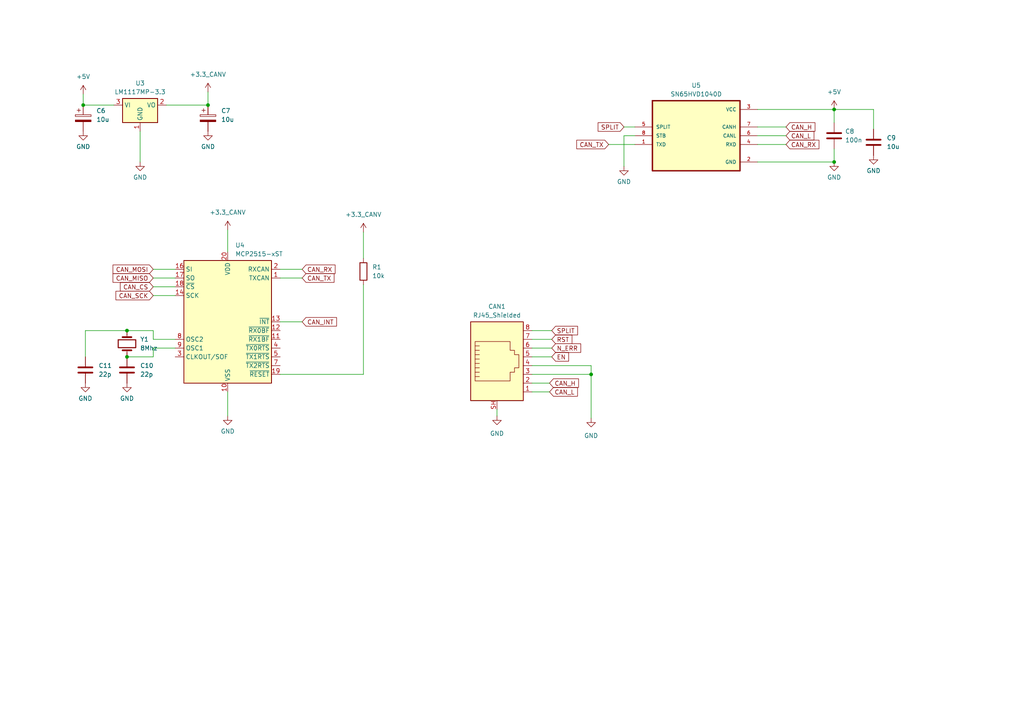
<source format=kicad_sch>
(kicad_sch (version 20231120) (generator "eeschema") (generator_version "8.0")
  (paper "A4")
  (lib_symbols
    (symbol "Connector:RJ45_Shielded" (pin_names (offset 1.016))
      (property "Reference" "J" (at -5.08 13.97 0))
      (property "Value" "RJ45_Shielded" (at 2.54 13.97 0))
      (symbol "RJ45_Shielded_0_1"
        (polyline (pts (xy -5.08 4.445) (xy -6.35 4.445)))
        (polyline (pts (xy -5.08 5.715) (xy -6.35 5.715)))
        (polyline (pts (xy -6.35 -3.175) (xy -5.08 -3.175) (xy -5.08 -3.175)))
        (polyline (pts (xy -6.35 -1.905) (xy -5.08 -1.905) (xy -5.08 -1.905)))
        (polyline (pts (xy -6.35 -0.635) (xy -5.08 -0.635) (xy -5.08 -0.635)))
        (polyline (pts (xy -6.35 0.635) (xy -5.08 0.635) (xy -5.08 0.635)))
        (polyline (pts (xy -6.35 1.905) (xy -5.08 1.905) (xy -5.08 1.905)))
        (polyline (pts (xy -5.08 3.175) (xy -6.35 3.175) (xy -6.35 3.175)))
        (polyline (pts (xy -6.35 -4.445) (xy -6.35 6.985) (xy 3.81 6.985) (xy 3.81 4.445) (xy 5.08 4.445) (xy 5.08 3.175) (xy 6.35 3.175) (xy 6.35 -0.635) (xy 5.08 -0.635) (xy 5.08 -1.905) (xy 3.81 -1.905) (xy 3.81 -4.445) (xy -6.35 -4.445) (xy -6.35 -4.445)))
        (rectangle (start 7.62 12.7) (end -7.62 -10.16) (stroke (width 0.254)) (fill (type background)))
      )
      (symbol "RJ45_Shielded_1_1"
        (pin passive line (at 10.16 -7.62 180) (length 2.54) (name "~") (number "1"))
        (pin passive line (at 10.16 -5.08 180) (length 2.54) (name "~") (number "2"))
        (pin passive line (at 10.16 -2.54 180) (length 2.54) (name "~") (number "3"))
        (pin passive line (at 10.16 0 180) (length 2.54) (name "~") (number "4"))
        (pin passive line (at 10.16 2.54 180) (length 2.54) (name "~") (number "5"))
        (pin passive line (at 10.16 5.08 180) (length 2.54) (name "~") (number "6"))
        (pin passive line (at 10.16 7.62 180) (length 2.54) (name "~") (number "7"))
        (pin passive line (at 10.16 10.16 180) (length 2.54) (name "~") (number "8"))
        (pin passive line (at 0 -12.7 90) (length 2.54) (name "~") (number "SH"))
      )
    )
    (symbol "Device:C" (pin_numbers hide) (pin_names (offset 0.254))
      (property "Reference" "C" (at 0.635 2.54 0))
      (property "Value" "C" (at 0.635 -2.54 0))
      (symbol "C_0_1"
        (polyline (pts (xy -2.032 -0.762) (xy 2.032 -0.762)) (stroke (width 0.508)))
        (polyline (pts (xy -2.032 0.762) (xy 2.032 0.762)) (stroke (width 0.508)))
      )
      (symbol "C_1_1"
        (pin passive line (at 0 3.81 270) (length 2.794) (name "~") (number "1"))
        (pin passive line (at 0 -3.81 90) (length 2.794) (name "~") (number "2"))
      )
    )
    (symbol "Device:C_Polarized" (pin_numbers hide) (pin_names (offset 0.254))
      (property "Reference" "C" (at 0.635 2.54 0))
      (property "Value" "C_Polarized" (at 0.635 -2.54 0))
      (symbol "C_Polarized_0_1"
        (rectangle (start -2.286 0.508) (end 2.286 1.016))
        (polyline (pts (xy -1.778 2.286) (xy -0.762 2.286)))
        (polyline (pts (xy -1.27 2.794) (xy -1.27 1.778)))
        (rectangle (start 2.286 -0.508) (end -2.286 -1.016) (fill (type outline)))
      )
      (symbol "C_Polarized_1_1"
        (pin passive line (at 0 3.81 270) (length 2.794) (name "~") (number "1"))
        (pin passive line (at 0 -3.81 90) (length 2.794) (name "~") (number "2"))
      )
    )
    (symbol "Device:Crystal" (pin_numbers hide) (pin_names (offset 1.016) hide)
      (property "Reference" "Y" (at 0 3.81 0))
      (property "Value" "Crystal" (at 0 -3.81 0))
      (symbol "Crystal_0_1"
        (rectangle (start -1.143 2.54) (end 1.143 -2.54) (stroke (width 0.3048)))
        (polyline (pts (xy -2.54 0) (xy -1.905 0)))
        (polyline (pts (xy -1.905 -1.27) (xy -1.905 1.27)) (stroke (width 0.508)))
        (polyline (pts (xy 1.905 -1.27) (xy 1.905 1.27)) (stroke (width 0.508)))
        (polyline (pts (xy 2.54 0) (xy 1.905 0)))
      )
      (symbol "Crystal_1_1"
        (pin passive line (at -3.81 0 0) (length 1.27) (name "1") (number "1"))
        (pin passive line (at 3.81 0 180) (length 1.27) (name "2") (number "2"))
      )
    )
    (symbol "Device:R" (pin_numbers hide) (pin_names (offset 0))
      (property "Reference" "R" (at 2.032 0 90))
      (property "Value" "R" (at 0 0 90))
      (symbol "R_0_1"
        (rectangle (start -1.016 -2.54) (end 1.016 2.54) (stroke (width 0.254)))
      )
      (symbol "R_1_1"
        (pin passive line (at 0 3.81 270) (length 1.27) (name "~") (number "1"))
        (pin passive line (at 0 -3.81 90) (length 1.27) (name "~") (number "2"))
      )
    )
    (symbol "Interface_CAN_LIN:MCP2515-xST"
      (property "Reference" "U" (at -10.16 19.685 0))
      (property "Value" "MCP2515-xST" (at 19.05 20.32 0))
      (symbol "MCP2515-xST_0_1"
        (rectangle (start -12.7 17.78) (end 12.7 -17.78) (stroke (width 0.254)) (fill (type background)))
      )
      (symbol "MCP2515-xST_1_1"
        (pin output line (at 15.24 12.7 180) (length 2.54) (name "TXCAN") (number "1"))
        (pin power_in line (at 0 -20.32 90) (length 2.54) (name "VSS") (number "10"))
        (pin output line (at 15.24 -5.08 180) (length 2.54) (name "~{RX1BF}") (number "11"))
        (pin output line (at 15.24 -2.54 180) (length 2.54) (name "~{RX0BF}") (number "12"))
        (pin output line (at 15.24 0 180) (length 2.54) (name "~{INT}") (number "13"))
        (pin input line (at -15.24 7.62 0) (length 2.54) (name "SCK") (number "14"))
        (pin no_connect line (at -12.7 -2.54 0) (length 2.54) hide (name "NC") (number "15"))
        (pin input line (at -15.24 15.24 0) (length 2.54) (name "SI") (number "16"))
        (pin output line (at -15.24 12.7 0) (length 2.54) (name "SO") (number "17"))
        (pin input line (at -15.24 10.16 0) (length 2.54) (name "~{CS}") (number "18"))
        (pin input line (at 15.24 -15.24 180) (length 2.54) (name "~{RESET}") (number "19"))
        (pin input line (at 15.24 15.24 180) (length 2.54) (name "RXCAN") (number "2"))
        (pin power_in line (at 0 20.32 270) (length 2.54) (name "VDD") (number "20"))
        (pin output line (at -15.24 -10.16 0) (length 2.54) (name "CLKOUT/SOF") (number "3"))
        (pin input line (at 15.24 -7.62 180) (length 2.54) (name "~{TX0RTS}") (number "4"))
        (pin input line (at 15.24 -10.16 180) (length 2.54) (name "~{TX1RTS}") (number "5"))
        (pin no_connect line (at -12.7 0 0) (length 2.54) hide (name "NC") (number "6"))
        (pin input line (at 15.24 -12.7 180) (length 2.54) (name "~{TX2RTS}") (number "7"))
        (pin output line (at -15.24 -5.08 0) (length 2.54) (name "OSC2") (number "8"))
        (pin input line (at -15.24 -7.62 0) (length 2.54) (name "OSC1") (number "9"))
      )
    )
    (symbol "Regulator_Linear:LM1117MP-3.3"
      (property "Reference" "U" (at -3.81 3.175 0))
      (property "Value" "LM1117MP-3.3" (at 0 3.175 0))
      (symbol "LM1117MP-3.3_0_1"
        (rectangle (start -5.08 -5.08) (end 5.08 1.905) (stroke (width 0.254)) (fill (type background)))
      )
      (symbol "LM1117MP-3.3_1_1"
        (pin power_in line (at 0 -7.62 90) (length 2.54) (name "GND") (number "1"))
        (pin power_out line (at 7.62 0 180) (length 2.54) (name "VO") (number "2"))
        (pin power_in line (at -7.62 0 0) (length 2.54) (name "VI") (number "3"))
      )
    )
    (symbol "SN65HVD1040D:SN65HVD1040D" (pin_names (offset 1.016))
      (property "Reference" "U" (at -12.7 11.16 0))
      (property "Value" "SN65HVD1040D" (at -12.7 -14.16 0))
      (symbol "SN65HVD1040D_0_0"
        (rectangle (start -12.7 -10.16) (end 12.7 10.16) (stroke (width 0.41)) (fill (type background)))
        (pin input line (at -17.78 -2.54 0) (length 5.08) (name "TXD") (number "1"))
        (pin power_in line (at 17.78 -7.62 180) (length 5.08) (name "GND") (number "2"))
        (pin power_in line (at 17.78 7.62 180) (length 5.08) (name "VCC") (number "3"))
        (pin output line (at 17.78 -2.54 180) (length 5.08) (name "RXD") (number "4"))
        (pin input line (at -17.78 2.54 0) (length 5.08) (name "SPLIT") (number "5"))
        (pin output line (at 17.78 0 180) (length 5.08) (name "CANL") (number "6"))
        (pin output line (at 17.78 2.54 180) (length 5.08) (name "CANH") (number "7"))
        (pin input line (at -17.78 0 0) (length 5.08) (name "STB") (number "8"))
      )
    )
    (symbol "power:+3.3V" (power) (pin_names (offset 0))
      (property "Value" "+3.3V" (at 0 3.556 0))
      (symbol "+3.3V_0_1"
        (polyline (pts (xy -0.762 1.27) (xy 0 2.54)))
        (polyline (pts (xy 0 0) (xy 0 2.54)))
        (polyline (pts (xy 0 2.54) (xy 0.762 1.27)))
      )
      (symbol "+3.3V_1_1"
        (pin power_in line (at 0 0 90) (length 0) hide (name "+3.3V") (number "1"))
      )
    )
    (symbol "power:GND" (power) (pin_names (offset 0))
      (property "Value" "GND" (at 0 -3.81 0))
      (symbol "GND_0_1"
        (polyline (pts (xy 0 0) (xy 0 -1.27) (xy 1.27 -1.27) (xy 0 -2.54) (xy -1.27 -1.27) (xy 0 -1.27)))
      )
      (symbol "GND_1_1"
        (pin power_in line (at 0 0 270) (length 0) hide (name "GND") (number "1"))
      )
    )
  )
  (junction (at 171.45 108.585))
  (junction (at 36.83 95.885))
  (junction (at 241.935 31.75))
  (junction (at 60.325 30.48))
  (junction (at 241.935 46.99))
  (junction (at 24.13 30.48))
  (junction (at 36.83 103.505))
  (wire (pts (xy 36.83 103.505) (xy 44.45 103.505)))
  (wire (pts (xy 24.13 30.48) (xy 33.02 30.48)))
  (wire (pts (xy 24.13 27.305) (xy 24.13 30.48)))
  (wire (pts (xy 50.8 98.425) (xy 44.45 98.425)))
  (wire (pts (xy 66.04 113.665) (xy 66.04 120.65)))
  (wire (pts (xy 219.71 36.83) (xy 227.965 36.83)))
  (wire (pts (xy 81.28 80.645) (xy 87.63 80.645)))
  (wire (pts (xy 219.71 46.99) (xy 241.935 46.99)))
  (wire (pts (xy 154.305 103.505) (xy 160.02 103.505)))
  (wire (pts (xy 241.935 31.75) (xy 241.935 35.56)))
  (wire (pts (xy 66.04 66.675) (xy 66.04 73.025)))
  (wire (pts (xy 44.45 78.105) (xy 50.8 78.105)))
  (wire (pts (xy 36.83 95.885) (xy 44.45 95.885)))
  (wire (pts (xy 105.41 67.31) (xy 105.41 74.93)))
  (wire (pts (xy 44.45 103.505) (xy 44.45 100.965)))
  (wire (pts (xy 24.765 103.505) (xy 24.765 95.885)))
  (wire (pts (xy 184.15 39.37) (xy 180.975 39.37)))
  (wire (pts (xy 219.71 41.91) (xy 227.965 41.91)))
  (wire (pts (xy 144.145 118.745) (xy 144.145 120.65)))
  (wire (pts (xy 44.45 100.965) (xy 50.8 100.965)))
  (wire (pts (xy 171.45 108.585) (xy 171.45 121.285)))
  (wire (pts (xy 154.305 111.125) (xy 159.385 111.125)))
  (wire (pts (xy 176.53 41.91) (xy 184.15 41.91)))
  (wire (pts (xy 81.28 108.585) (xy 105.41 108.585)))
  (wire (pts (xy 44.45 83.185) (xy 50.8 83.185)))
  (wire (pts (xy 171.45 106.045) (xy 171.45 108.585)))
  (wire (pts (xy 48.26 30.48) (xy 60.325 30.48)))
  (wire (pts (xy 154.305 113.665) (xy 159.385 113.665)))
  (wire (pts (xy 60.325 30.48) (xy 60.325 26.67)))
  (wire (pts (xy 40.64 38.1) (xy 40.64 46.99)))
  (wire (pts (xy 253.365 37.465) (xy 253.365 31.75)))
  (wire (pts (xy 44.45 80.645) (xy 50.8 80.645)))
  (wire (pts (xy 154.305 106.045) (xy 171.45 106.045)))
  (wire (pts (xy 154.305 95.885) (xy 160.02 95.885)))
  (wire (pts (xy 105.41 108.585) (xy 105.41 82.55)))
  (wire (pts (xy 154.305 100.965) (xy 160.02 100.965)))
  (wire (pts (xy 154.305 108.585) (xy 171.45 108.585)))
  (wire (pts (xy 219.71 39.37) (xy 227.965 39.37)))
  (wire (pts (xy 44.45 98.425) (xy 44.45 95.885)))
  (wire (pts (xy 219.71 31.75) (xy 241.935 31.75)))
  (wire (pts (xy 241.935 46.99) (xy 241.935 43.18)))
  (wire (pts (xy 180.975 36.83) (xy 184.15 36.83)))
  (wire (pts (xy 44.45 85.725) (xy 50.8 85.725)))
  (wire (pts (xy 81.28 93.345) (xy 87.63 93.345)))
  (wire (pts (xy 154.305 98.425) (xy 160.02 98.425)))
  (wire (pts (xy 24.765 95.885) (xy 36.83 95.885)))
  (wire (pts (xy 253.365 31.75) (xy 241.935 31.75)))
  (wire (pts (xy 81.28 78.105) (xy 87.63 78.105)))
  (wire (pts (xy 180.975 39.37) (xy 180.975 48.26)))
  (global_label "CAN_CS" (shape input) (at 44.45 83.185 180) (property "Intersheetrefs" "${INTERSHEET_REFS}" (effects (hide yes))))
  (global_label "CAN_L" (shape input) (at 227.965 39.37 0) (property "Intersheetrefs" "${INTERSHEET_REFS}" (effects (hide yes))))
  (global_label "CAN_TX" (shape input) (at 176.53 41.91 180) (property "Intersheetrefs" "${INTERSHEET_REFS}" (effects (hide yes))))
  (global_label "CAN_H" (shape input) (at 159.385 111.125 0) (property "Intersheetrefs" "${INTERSHEET_REFS}" (effects (hide yes))))
  (global_label "CAN_MISO" (shape input) (at 44.45 80.645 180) (property "Intersheetrefs" "${INTERSHEET_REFS}" (effects (hide yes))))
  (global_label "SPLIT" (shape input) (at 180.975 36.83 180) (property "Intersheetrefs" "${INTERSHEET_REFS}" (effects (hide yes))))
  (global_label "N_ERR" (shape input) (at 160.02 100.965 0) (property "Intersheetrefs" "${INTERSHEET_REFS}" (effects (hide yes))))
  (global_label "CAN_SCK" (shape input) (at 44.45 85.725 180) (property "Intersheetrefs" "${INTERSHEET_REFS}" (effects (hide yes))))
  (global_label "CAN_RX" (shape input) (at 87.63 78.105 0) (property "Intersheetrefs" "${INTERSHEET_REFS}" (effects (hide yes))))
  (global_label "CAN_H" (shape input) (at 227.965 36.83 0) (property "Intersheetrefs" "${INTERSHEET_REFS}" (effects (hide yes))))
  (global_label "CAN_RX" (shape input) (at 227.965 41.91 0) (property "Intersheetrefs" "${INTERSHEET_REFS}" (effects (hide yes))))
  (global_label "CAN_MOSI" (shape input) (at 44.45 78.105 180) (property "Intersheetrefs" "${INTERSHEET_REFS}" (effects (hide yes))))
  (global_label "SPLIT" (shape input) (at 160.02 95.885 0) (property "Intersheetrefs" "${INTERSHEET_REFS}" (effects (hide yes))))
  (global_label "CAN_TX" (shape input) (at 87.63 80.645 0) (property "Intersheetrefs" "${INTERSHEET_REFS}" (effects (hide yes))))
  (global_label "EN" (shape input) (at 160.02 103.505 0) (property "Intersheetrefs" "${INTERSHEET_REFS}" (effects (hide yes))))
  (global_label "RST" (shape input) (at 160.02 98.425 0) (property "Intersheetrefs" "${INTERSHEET_REFS}" (effects (hide yes))))
  (global_label "CAN_L" (shape input) (at 159.385 113.665 0) (property "Intersheetrefs" "${INTERSHEET_REFS}" (effects (hide yes))))
  (global_label "CAN_INT" (shape input) (at 87.63 93.345 0) (property "Intersheetrefs" "${INTERSHEET_REFS}" (effects (hide yes))))
  (symbol (lib_id "power:+3.3V") (at 66.04 66.675 0) (unit 1)
    (property "Reference" "#PWR017" (effects (hide yes)))
    (property "Value" "+3.3_CANV" (at 66.04 61.595 0))
  )
  (symbol (lib_id "Connector:RJ45_Shielded") (at 144.145 106.045 0) (unit 1)
    (property "Reference" "CAN1" (at 144.145 88.9 0))
    (property "Value" "RJ45_Shielded" (at 144.145 91.44 0))
    (property "Footprint" "Connector_RJ:RJ45_HALO_HFJ11-x2450HRL_Horizontal" (effects (hide yes)))
    (property "Description" "RJ connector, 8P8C (8 positions 8 connected), Shielded" (effects (hide yes)))
  )
  (symbol (lib_id "Device:C") (at 24.765 107.315 0) (unit 1)
    (property "Reference" "C11" (at 28.575 106.0449 0) (effects (justify left)))
    (property "Value" "22p" (at 28.575 108.5849 0) (effects (justify left)))
    (property "Footprint" "Capacitor_SMD:C_0603_1608Metric_Pad1.08x0.95mm_HandSolder" (effects (hide yes)))
    (property "Description" "Unpolarized capacitor" (effects (hide yes)))
  )
  (symbol (lib_id "Regulator_Linear:LM1117MP-3.3") (at 40.64 30.48 0) (unit 1)
    (property "Reference" "U3" (at 40.64 24.13 0))
    (property "Value" "LM1117MP-3.3" (at 40.64 26.67 0))
    (property "Footprint" "Package_TO_SOT_SMD:SOT-223" (effects (hide yes)))
    (property "Datasheet" "http://www.ti.com/lit/ds/symlink/lm1117.pdf" (effects (hide yes)))
    (property "Description" "800mA Low-Dropout Linear Regulator, 3.3V fixed output, SOT-223" (effects (hide yes)))
  )
  (symbol (lib_id "power:GND") (at 144.145 120.65 0) (unit 1)
    (property "Reference" "#PWR047" (effects (hide yes)))
    (property "Value" "GND" (at 144.145 125.73 0))
    (property "Description" "Power symbol creates a global label with name \"GND\" , ground" (effects (hide yes)))
  )
  (symbol (lib_id "power:GND") (at 24.13 38.1 0) (unit 1)
    (property "Reference" "#PWR013" (effects (hide yes)))
    (property "Value" "GND" (at 24.13 42.545 0))
    (property "Description" "Power symbol creates a global label with name \"GND\" , ground" (effects (hide yes)))
  )
  (symbol (lib_id "power:+3.3V") (at 105.41 67.31 0) (unit 1)
    (property "Reference" "#PWR027" (effects (hide yes)))
    (property "Value" "+3.3_CANV" (at 105.41 62.23 0))
  )
  (symbol (lib_id "power:GND") (at 24.765 111.125 0) (unit 1)
    (property "Reference" "#PWR026" (effects (hide yes)))
    (property "Value" "GND" (at 24.765 115.57 0))
    (property "Description" "Power symbol creates a global label with name \"GND\" , ground" (effects (hide yes)))
  )
  (symbol (lib_id "Device:C") (at 36.83 107.315 0) (unit 1)
    (property "Reference" "C10" (at 40.64 106.0449 0) (effects (justify left)))
    (property "Value" "22p" (at 40.64 108.5849 0) (effects (justify left)))
    (property "Footprint" "Capacitor_SMD:C_0603_1608Metric_Pad1.08x0.95mm_HandSolder" (effects (hide yes)))
    (property "Description" "Unpolarized capacitor" (effects (hide yes)))
  )
  (symbol (lib_id "power:GND") (at 241.935 46.99 0) (unit 1)
    (property "Reference" "#PWR020" (effects (hide yes)))
    (property "Value" "GND" (at 241.935 51.435 0))
    (property "Description" "Power symbol creates a global label with name \"GND\" , ground" (effects (hide yes)))
  )
  (symbol (lib_id "Device:Crystal") (at 36.83 99.695 90) (unit 1)
    (property "Reference" "Y1" (at 40.64 98.4249 90) (effects (justify right)))
    (property "Value" "8Mhz" (at 40.64 100.9649 90) (effects (justify right)))
    (property "Footprint" "Crystal:Crystal_HC49-U_Vertical" (effects (hide yes)))
    (property "Description" "Two pin crystal" (effects (hide yes)))
  )
  (symbol (lib_id "power:+3.3V") (at 60.325 26.67 0) (unit 1)
    (property "Reference" "#PWR015" (effects (hide yes)))
    (property "Value" "+3.3_CANV" (at 60.325 21.59 0))
  )
  (symbol (lib_id "power:GND") (at 253.365 45.085 0) (unit 1)
    (property "Reference" "#PWR021" (effects (hide yes)))
    (property "Value" "GND" (at 253.365 49.53 0))
    (property "Description" "Power symbol creates a global label with name \"GND\" , ground" (effects (hide yes)))
  )
  (symbol (lib_id "Interface_CAN_LIN:MCP2515-xST") (at 66.04 93.345 0) (unit 1)
    (property "Reference" "U4" (at 68.2341 71.12 0) (effects (justify left)))
    (property "Value" "MCP2515-xST" (at 68.2341 73.66 0) (effects (justify left)))
    (property "Footprint" "Package_SO:TSSOP-20_4.4x6.5mm_P0.65mm" (effects (hide yes)))
    (property "Datasheet" "http://ww1.microchip.com/downloads/en/DeviceDoc/21801e.pdf" (effects (hide yes)))
    (property "Description" "Stand-Alone CAN Controller with SPI Interface, TSSOP-20" (effects (hide yes)))
  )
  (symbol (lib_id "SN65HVD1040D:SN65HVD1040D") (at 201.93 39.37 0) (unit 1)
    (property "Reference" "U5" (at 201.93 24.765 0))
    (property "Value" "SN65HVD1040D" (at 201.93 27.305 0))
    (property "Footprint" "SN65HVD1040D:SOIC127P599X175-8N" (effects (hide yes)))
    (property "MF" "Texas Instruments" (effects (hide yes)))
    (property "Description_1" "\nIndustrial CAN Transceiver with Ultra Low Power Standby Mode with Bus Wake-up\n" (effects (hide yes)))
    (property "Package" "SOIC-8 Texas Instruments" (effects (hide yes)))
    (property "Price" "None" (effects (hide yes)))
    (property "SnapEDA_Link" "https://www.snapeda.com/parts/SN65HVD1040D/Texas+Instruments/view-part/?ref=snap" (effects (hide yes)))
    (property "MP" "SN65HVD1040D" (effects (hide yes)))
    (property "Purchase-URL" "https://www.snapeda.com/api/url_track_click_mouser/?unipart_id=232743&manufacturer=Texas Instruments&part_name=SN65HVD1040D&search_term=sn65hvd1040" (effects (hide yes)))
    (property "Availability" "In Stock" (effects (hide yes)))
    (property "Check_prices" "https://www.snapeda.com/parts/SN65HVD1040D/Texas+Instruments/view-part/?ref=eda" (effects (hide yes)))
  )
  (symbol (lib_id "power:GND") (at 36.83 111.125 0) (unit 1)
    (property "Reference" "#PWR025" (effects (hide yes)))
    (property "Value" "GND" (at 36.83 115.57 0))
    (property "Description" "Power symbol creates a global label with name \"GND\" , ground" (effects (hide yes)))
  )
  (symbol (lib_id "power:GND") (at 171.45 121.285 0) (unit 1)
    (property "Reference" "#PWR023" (effects (hide yes)))
    (property "Value" "GND" (at 171.45 126.365 0))
    (property "Description" "Power symbol creates a global label with name \"GND\" , ground" (effects (hide yes)))
  )
  (symbol (lib_id "power:+3.3V") (at 241.935 31.75 0) (unit 1)
    (property "Reference" "#PWR019" (effects (hide yes)))
    (property "Value" "+5V" (at 241.935 26.67 0))
  )
  (symbol (lib_id "Device:C_Polarized") (at 60.325 34.29 0) (unit 1)
    (property "Reference" "C7" (at 64.135 32.1309 0) (effects (justify left)))
    (property "Value" "10u" (at 64.135 34.6709 0) (effects (justify left)))
    (property "Footprint" "Capacitor_Tantalum_SMD:CP_EIA-3528-21_Kemet-B_Pad1.50x2.35mm_HandSolder" (effects (hide yes)))
    (property "Description" "Polarized capacitor" (effects (hide yes)))
  )
  (symbol (lib_id "Device:C") (at 253.365 41.275 0) (unit 1)
    (property "Reference" "C9" (at 257.175 40.0049 0) (effects (justify left)))
    (property "Value" "10u" (at 257.175 42.5449 0) (effects (justify left)))
    (property "Footprint" "Capacitor_SMD:C_0805_2012Metric_Pad1.18x1.45mm_HandSolder" (effects (hide yes)))
    (property "Description" "Unpolarized capacitor" (effects (hide yes)))
  )
  (symbol (lib_id "Device:C") (at 241.935 39.37 0) (unit 1)
    (property "Reference" "C8" (at 245.11 38.0999 0) (effects (justify left)))
    (property "Value" "100n" (at 245.11 40.6399 0) (effects (justify left)))
    (property "Footprint" "Capacitor_SMD:C_0603_1608Metric_Pad1.08x0.95mm_HandSolder" (effects (hide yes)))
    (property "Description" "Unpolarized capacitor" (effects (hide yes)))
  )
  (symbol (lib_id "power:GND") (at 60.325 38.1 0) (unit 1)
    (property "Reference" "#PWR016" (effects (hide yes)))
    (property "Value" "GND" (at 60.325 42.545 0))
    (property "Description" "Power symbol creates a global label with name \"GND\" , ground" (effects (hide yes)))
  )
  (symbol (lib_id "power:GND") (at 66.04 120.65 0) (unit 1)
    (property "Reference" "#PWR022" (effects (hide yes)))
    (property "Value" "GND" (at 66.04 125.095 0))
    (property "Description" "Power symbol creates a global label with name \"GND\" , ground" (effects (hide yes)))
  )
  (symbol (lib_id "power:+3.3V") (at 24.13 27.305 0) (unit 1)
    (property "Reference" "#PWR012" (effects (hide yes)))
    (property "Value" "+5V" (at 24.13 22.225 0))
  )
  (symbol (lib_id "Device:C_Polarized") (at 24.13 34.29 0) (unit 1)
    (property "Reference" "C6" (at 27.94 32.1309 0) (effects (justify left)))
    (property "Value" "10u" (at 27.94 34.6709 0) (effects (justify left)))
    (property "Footprint" "Capacitor_Tantalum_SMD:CP_EIA-3528-21_Kemet-B_Pad1.50x2.35mm_HandSolder" (effects (hide yes)))
    (property "Description" "Polarized capacitor" (effects (hide yes)))
  )
  (symbol (lib_id "Device:R") (at 105.41 78.74 0) (unit 1)
    (property "Reference" "R1" (at 107.95 77.4699 0) (effects (justify left)))
    (property "Value" "10k" (at 107.95 80.0099 0) (effects (justify left)))
    (property "Footprint" "Resistor_SMD:R_0603_1608Metric_Pad0.98x0.95mm_HandSolder" (effects (hide yes)))
    (property "Description" "Resistor" (effects (hide yes)))
  )
  (symbol (lib_id "power:GND") (at 40.64 46.99 0) (unit 1)
    (property "Reference" "#PWR014" (effects (hide yes)))
    (property "Value" "GND" (at 40.64 51.435 0))
    (property "Description" "Power symbol creates a global label with name \"GND\" , ground" (effects (hide yes)))
  )
  (symbol (lib_id "power:GND") (at 180.975 48.26 0) (unit 1)
    (property "Reference" "#PWR018" (effects (hide yes)))
    (property "Value" "GND" (at 180.975 52.705 0))
    (property "Description" "Power symbol creates a global label with name \"GND\" , ground" (effects (hide yes)))
  )
)
</source>
